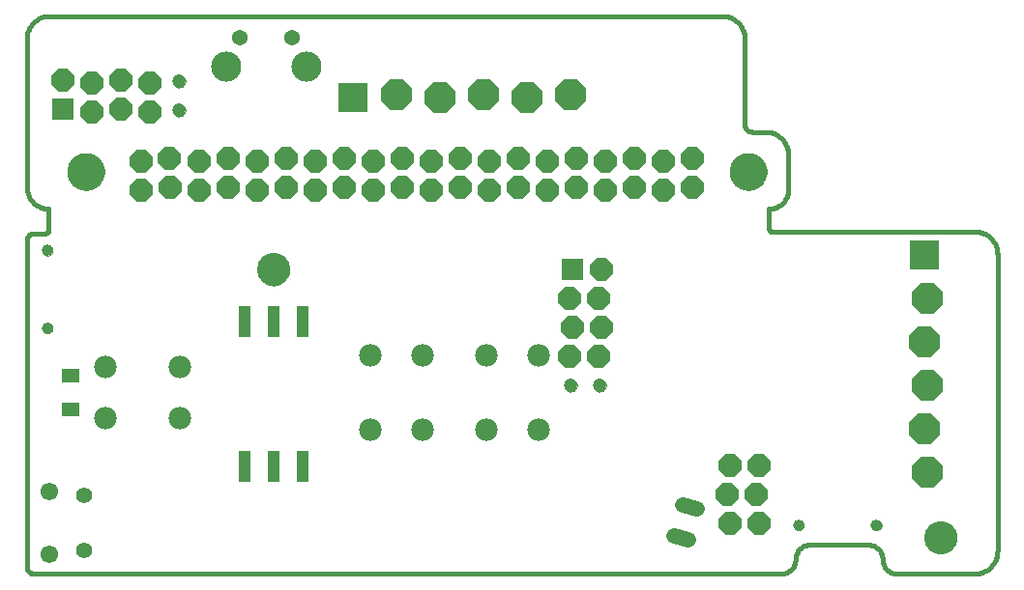
<source format=gbs>
G75*
%MOIN*%
%OFA0B0*%
%FSLAX24Y24*%
%IPPOS*%
%LPD*%
%AMOC8*
5,1,8,0,0,1.08239X$1,22.5*
%
%ADD10C,0.0160*%
%ADD11C,0.0000*%
%ADD12C,0.1142*%
%ADD13R,0.0780X0.0780*%
%ADD14OC8,0.0780*%
%ADD15C,0.0473*%
%ADD16C,0.1300*%
%ADD17C,0.0780*%
%ADD18R,0.0591X0.0512*%
%ADD19OC8,0.1040*%
%ADD20R,0.1040X0.1040*%
%ADD21C,0.0540*%
%ADD22C,0.0540*%
%ADD23C,0.1040*%
%ADD24R,0.0434X0.1103*%
%ADD25C,0.0394*%
%ADD26C,0.0612*%
%ADD27C,0.0553*%
D10*
X007340Y002680D02*
X007340Y013930D01*
X007342Y013960D01*
X007347Y013990D01*
X007356Y014019D01*
X007369Y014046D01*
X007384Y014072D01*
X007403Y014096D01*
X007424Y014117D01*
X007448Y014136D01*
X007474Y014151D01*
X007501Y014164D01*
X007530Y014173D01*
X007560Y014178D01*
X007590Y014180D01*
X007990Y014180D01*
X008007Y014182D01*
X008024Y014186D01*
X008040Y014193D01*
X008054Y014203D01*
X008067Y014216D01*
X008077Y014230D01*
X008084Y014246D01*
X008088Y014263D01*
X008090Y014280D01*
X008090Y015028D01*
X008036Y015030D01*
X007983Y015036D01*
X007931Y015045D01*
X007879Y015058D01*
X007828Y015075D01*
X007778Y015096D01*
X007731Y015120D01*
X007685Y015147D01*
X007641Y015178D01*
X007599Y015211D01*
X007560Y015248D01*
X007523Y015287D01*
X007490Y015329D01*
X007459Y015373D01*
X007432Y015419D01*
X007408Y015466D01*
X007387Y015516D01*
X007370Y015567D01*
X007357Y015619D01*
X007348Y015671D01*
X007342Y015724D01*
X007340Y015778D01*
X007340Y020893D01*
X007342Y020947D01*
X007347Y021000D01*
X007356Y021053D01*
X007369Y021105D01*
X007385Y021157D01*
X007405Y021207D01*
X007428Y021255D01*
X007455Y021302D01*
X007484Y021347D01*
X007517Y021390D01*
X007552Y021430D01*
X007590Y021468D01*
X007630Y021503D01*
X007673Y021536D01*
X007718Y021565D01*
X007765Y021592D01*
X007813Y021615D01*
X007863Y021635D01*
X007915Y021651D01*
X007967Y021664D01*
X008020Y021673D01*
X008073Y021678D01*
X008127Y021680D01*
X031302Y021680D01*
X031356Y021678D01*
X031409Y021673D01*
X031462Y021664D01*
X031514Y021651D01*
X031566Y021635D01*
X031616Y021615D01*
X031664Y021592D01*
X031711Y021565D01*
X031756Y021536D01*
X031799Y021503D01*
X031839Y021468D01*
X031877Y021430D01*
X031912Y021390D01*
X031945Y021347D01*
X031974Y021302D01*
X032001Y021255D01*
X032024Y021207D01*
X032044Y021157D01*
X032060Y021105D01*
X032073Y021053D01*
X032082Y021000D01*
X032087Y020947D01*
X032089Y020893D01*
X032090Y020893D02*
X032090Y017930D01*
X032092Y017900D01*
X032097Y017870D01*
X032106Y017841D01*
X032119Y017814D01*
X032134Y017788D01*
X032153Y017764D01*
X032174Y017743D01*
X032198Y017724D01*
X032224Y017709D01*
X032251Y017696D01*
X032280Y017687D01*
X032310Y017682D01*
X032340Y017680D01*
X032802Y017680D01*
X032856Y017678D01*
X032909Y017673D01*
X032962Y017664D01*
X033014Y017651D01*
X033066Y017635D01*
X033116Y017615D01*
X033164Y017592D01*
X033211Y017565D01*
X033256Y017536D01*
X033299Y017503D01*
X033339Y017468D01*
X033377Y017430D01*
X033412Y017390D01*
X033445Y017347D01*
X033474Y017302D01*
X033501Y017255D01*
X033524Y017207D01*
X033544Y017157D01*
X033560Y017105D01*
X033573Y017053D01*
X033582Y017000D01*
X033587Y016947D01*
X033589Y016893D01*
X033590Y016893D02*
X033590Y015688D01*
X033589Y015688D02*
X033587Y015639D01*
X033582Y015590D01*
X033572Y015541D01*
X033560Y015494D01*
X033543Y015447D01*
X033524Y015402D01*
X033501Y015359D01*
X033474Y015317D01*
X033445Y015277D01*
X033413Y015240D01*
X033378Y015205D01*
X033341Y015173D01*
X033301Y015144D01*
X033260Y015117D01*
X033216Y015094D01*
X033171Y015075D01*
X033124Y015058D01*
X033077Y015046D01*
X033028Y015036D01*
X032979Y015031D01*
X032930Y015029D01*
X032930Y015028D02*
X032930Y014341D01*
X032932Y014324D01*
X032936Y014307D01*
X032943Y014291D01*
X032953Y014277D01*
X032966Y014264D01*
X032980Y014254D01*
X032996Y014247D01*
X033013Y014243D01*
X033030Y014241D01*
X040017Y014241D01*
X040071Y014239D01*
X040124Y014234D01*
X040177Y014225D01*
X040229Y014212D01*
X040281Y014196D01*
X040331Y014176D01*
X040379Y014153D01*
X040426Y014126D01*
X040471Y014097D01*
X040514Y014064D01*
X040554Y014029D01*
X040592Y013991D01*
X040627Y013951D01*
X040660Y013908D01*
X040689Y013863D01*
X040716Y013816D01*
X040739Y013768D01*
X040759Y013718D01*
X040775Y013666D01*
X040788Y013614D01*
X040797Y013561D01*
X040802Y013508D01*
X040804Y013454D01*
X040804Y003217D01*
X040802Y003163D01*
X040797Y003110D01*
X040788Y003057D01*
X040775Y003005D01*
X040759Y002953D01*
X040739Y002903D01*
X040716Y002855D01*
X040689Y002808D01*
X040660Y002763D01*
X040627Y002720D01*
X040592Y002680D01*
X040554Y002642D01*
X040514Y002607D01*
X040471Y002574D01*
X040426Y002545D01*
X040379Y002518D01*
X040331Y002495D01*
X040281Y002475D01*
X040229Y002459D01*
X040177Y002446D01*
X040124Y002437D01*
X040071Y002432D01*
X040017Y002430D01*
X037340Y002430D01*
X037296Y002432D01*
X037253Y002438D01*
X037211Y002447D01*
X037169Y002460D01*
X037129Y002477D01*
X037090Y002497D01*
X037053Y002520D01*
X037019Y002547D01*
X036986Y002576D01*
X036957Y002609D01*
X036930Y002643D01*
X036907Y002680D01*
X036887Y002719D01*
X036870Y002759D01*
X036857Y002801D01*
X036848Y002843D01*
X036842Y002886D01*
X036840Y002930D01*
X036838Y002974D01*
X036832Y003017D01*
X036823Y003059D01*
X036810Y003101D01*
X036793Y003141D01*
X036773Y003180D01*
X036750Y003217D01*
X036723Y003251D01*
X036694Y003284D01*
X036661Y003313D01*
X036627Y003340D01*
X036590Y003363D01*
X036551Y003383D01*
X036511Y003400D01*
X036469Y003413D01*
X036427Y003422D01*
X036384Y003428D01*
X036340Y003430D01*
X034340Y003430D01*
X034296Y003428D01*
X034253Y003422D01*
X034211Y003413D01*
X034169Y003400D01*
X034129Y003383D01*
X034090Y003363D01*
X034053Y003340D01*
X034019Y003313D01*
X033986Y003284D01*
X033957Y003251D01*
X033930Y003217D01*
X033907Y003180D01*
X033887Y003141D01*
X033870Y003101D01*
X033857Y003059D01*
X033848Y003017D01*
X033842Y002974D01*
X033840Y002930D01*
X033838Y002886D01*
X033832Y002843D01*
X033823Y002801D01*
X033810Y002759D01*
X033793Y002719D01*
X033773Y002680D01*
X033750Y002643D01*
X033723Y002609D01*
X033694Y002576D01*
X033661Y002547D01*
X033627Y002520D01*
X033590Y002497D01*
X033551Y002477D01*
X033511Y002460D01*
X033469Y002447D01*
X033427Y002438D01*
X033384Y002432D01*
X033340Y002430D01*
X007590Y002430D01*
X007560Y002432D01*
X007530Y002437D01*
X007501Y002446D01*
X007474Y002459D01*
X007448Y002474D01*
X007424Y002493D01*
X007403Y002514D01*
X007384Y002538D01*
X007369Y002564D01*
X007356Y002591D01*
X007347Y002620D01*
X007342Y002650D01*
X007340Y002680D01*
D11*
X007880Y010910D02*
X007882Y010936D01*
X007888Y010962D01*
X007898Y010987D01*
X007911Y011010D01*
X007927Y011030D01*
X007947Y011048D01*
X007969Y011063D01*
X007992Y011075D01*
X008018Y011083D01*
X008044Y011087D01*
X008070Y011087D01*
X008096Y011083D01*
X008122Y011075D01*
X008146Y011063D01*
X008167Y011048D01*
X008187Y011030D01*
X008203Y011010D01*
X008216Y010987D01*
X008226Y010962D01*
X008232Y010936D01*
X008234Y010910D01*
X008232Y010884D01*
X008226Y010858D01*
X008216Y010833D01*
X008203Y010810D01*
X008187Y010790D01*
X008167Y010772D01*
X008145Y010757D01*
X008122Y010745D01*
X008096Y010737D01*
X008070Y010733D01*
X008044Y010733D01*
X008018Y010737D01*
X007992Y010745D01*
X007968Y010757D01*
X007947Y010772D01*
X007927Y010790D01*
X007911Y010810D01*
X007898Y010833D01*
X007888Y010858D01*
X007882Y010884D01*
X007880Y010910D01*
X007880Y013587D02*
X007882Y013613D01*
X007888Y013639D01*
X007898Y013664D01*
X007911Y013687D01*
X007927Y013707D01*
X007947Y013725D01*
X007969Y013740D01*
X007992Y013752D01*
X008018Y013760D01*
X008044Y013764D01*
X008070Y013764D01*
X008096Y013760D01*
X008122Y013752D01*
X008146Y013740D01*
X008167Y013725D01*
X008187Y013707D01*
X008203Y013687D01*
X008216Y013664D01*
X008226Y013639D01*
X008232Y013613D01*
X008234Y013587D01*
X008232Y013561D01*
X008226Y013535D01*
X008216Y013510D01*
X008203Y013487D01*
X008187Y013467D01*
X008167Y013449D01*
X008145Y013434D01*
X008122Y013422D01*
X008096Y013414D01*
X008070Y013410D01*
X008044Y013410D01*
X008018Y013414D01*
X007992Y013422D01*
X007968Y013434D01*
X007947Y013449D01*
X007927Y013467D01*
X007911Y013487D01*
X007898Y013510D01*
X007888Y013535D01*
X007882Y013561D01*
X007880Y013587D01*
X008747Y016308D02*
X008749Y016358D01*
X008755Y016408D01*
X008765Y016457D01*
X008779Y016505D01*
X008796Y016552D01*
X008817Y016597D01*
X008842Y016641D01*
X008870Y016682D01*
X008902Y016721D01*
X008936Y016758D01*
X008973Y016792D01*
X009013Y016822D01*
X009055Y016849D01*
X009099Y016873D01*
X009145Y016894D01*
X009192Y016910D01*
X009240Y016923D01*
X009290Y016932D01*
X009339Y016937D01*
X009390Y016938D01*
X009440Y016935D01*
X009489Y016928D01*
X009538Y016917D01*
X009586Y016902D01*
X009632Y016884D01*
X009677Y016862D01*
X009720Y016836D01*
X009761Y016807D01*
X009800Y016775D01*
X009836Y016740D01*
X009868Y016702D01*
X009898Y016662D01*
X009925Y016619D01*
X009948Y016575D01*
X009967Y016529D01*
X009983Y016481D01*
X009995Y016432D01*
X010003Y016383D01*
X010007Y016333D01*
X010007Y016283D01*
X010003Y016233D01*
X009995Y016184D01*
X009983Y016135D01*
X009967Y016087D01*
X009948Y016041D01*
X009925Y015997D01*
X009898Y015954D01*
X009868Y015914D01*
X009836Y015876D01*
X009800Y015841D01*
X009761Y015809D01*
X009720Y015780D01*
X009677Y015754D01*
X009632Y015732D01*
X009586Y015714D01*
X009538Y015699D01*
X009489Y015688D01*
X009440Y015681D01*
X009390Y015678D01*
X009339Y015679D01*
X009290Y015684D01*
X009240Y015693D01*
X009192Y015706D01*
X009145Y015722D01*
X009099Y015743D01*
X009055Y015767D01*
X009013Y015794D01*
X008973Y015824D01*
X008936Y015858D01*
X008902Y015895D01*
X008870Y015934D01*
X008842Y015975D01*
X008817Y016019D01*
X008796Y016064D01*
X008779Y016111D01*
X008765Y016159D01*
X008755Y016208D01*
X008749Y016258D01*
X008747Y016308D01*
X012373Y018430D02*
X012375Y018459D01*
X012381Y018487D01*
X012390Y018515D01*
X012403Y018541D01*
X012420Y018564D01*
X012439Y018586D01*
X012461Y018605D01*
X012486Y018620D01*
X012512Y018633D01*
X012540Y018641D01*
X012568Y018646D01*
X012597Y018647D01*
X012626Y018644D01*
X012654Y018637D01*
X012681Y018627D01*
X012707Y018613D01*
X012730Y018596D01*
X012751Y018576D01*
X012769Y018553D01*
X012784Y018528D01*
X012795Y018501D01*
X012803Y018473D01*
X012807Y018444D01*
X012807Y018416D01*
X012803Y018387D01*
X012795Y018359D01*
X012784Y018332D01*
X012769Y018307D01*
X012751Y018284D01*
X012730Y018264D01*
X012707Y018247D01*
X012681Y018233D01*
X012654Y018223D01*
X012626Y018216D01*
X012597Y018213D01*
X012568Y018214D01*
X012540Y018219D01*
X012512Y018227D01*
X012486Y018240D01*
X012461Y018255D01*
X012439Y018274D01*
X012420Y018296D01*
X012403Y018319D01*
X012390Y018345D01*
X012381Y018373D01*
X012375Y018401D01*
X012373Y018430D01*
X012373Y019430D02*
X012375Y019459D01*
X012381Y019487D01*
X012390Y019515D01*
X012403Y019541D01*
X012420Y019564D01*
X012439Y019586D01*
X012461Y019605D01*
X012486Y019620D01*
X012512Y019633D01*
X012540Y019641D01*
X012568Y019646D01*
X012597Y019647D01*
X012626Y019644D01*
X012654Y019637D01*
X012681Y019627D01*
X012707Y019613D01*
X012730Y019596D01*
X012751Y019576D01*
X012769Y019553D01*
X012784Y019528D01*
X012795Y019501D01*
X012803Y019473D01*
X012807Y019444D01*
X012807Y019416D01*
X012803Y019387D01*
X012795Y019359D01*
X012784Y019332D01*
X012769Y019307D01*
X012751Y019284D01*
X012730Y019264D01*
X012707Y019247D01*
X012681Y019233D01*
X012654Y019223D01*
X012626Y019216D01*
X012597Y019213D01*
X012568Y019214D01*
X012540Y019219D01*
X012512Y019227D01*
X012486Y019240D01*
X012461Y019255D01*
X012439Y019274D01*
X012420Y019296D01*
X012403Y019319D01*
X012390Y019345D01*
X012381Y019373D01*
X012375Y019401D01*
X012373Y019430D01*
X015289Y012930D02*
X015291Y012977D01*
X015297Y013023D01*
X015307Y013069D01*
X015320Y013114D01*
X015338Y013157D01*
X015359Y013199D01*
X015383Y013239D01*
X015411Y013276D01*
X015442Y013311D01*
X015476Y013344D01*
X015512Y013373D01*
X015551Y013399D01*
X015592Y013422D01*
X015635Y013441D01*
X015679Y013457D01*
X015724Y013469D01*
X015770Y013477D01*
X015817Y013481D01*
X015863Y013481D01*
X015910Y013477D01*
X015956Y013469D01*
X016001Y013457D01*
X016045Y013441D01*
X016088Y013422D01*
X016129Y013399D01*
X016168Y013373D01*
X016204Y013344D01*
X016238Y013311D01*
X016269Y013276D01*
X016297Y013239D01*
X016321Y013199D01*
X016342Y013157D01*
X016360Y013114D01*
X016373Y013069D01*
X016383Y013023D01*
X016389Y012977D01*
X016391Y012930D01*
X016389Y012883D01*
X016383Y012837D01*
X016373Y012791D01*
X016360Y012746D01*
X016342Y012703D01*
X016321Y012661D01*
X016297Y012621D01*
X016269Y012584D01*
X016238Y012549D01*
X016204Y012516D01*
X016168Y012487D01*
X016129Y012461D01*
X016088Y012438D01*
X016045Y012419D01*
X016001Y012403D01*
X015956Y012391D01*
X015910Y012383D01*
X015863Y012379D01*
X015817Y012379D01*
X015770Y012383D01*
X015724Y012391D01*
X015679Y012403D01*
X015635Y012419D01*
X015592Y012438D01*
X015551Y012461D01*
X015512Y012487D01*
X015476Y012516D01*
X015442Y012549D01*
X015411Y012584D01*
X015383Y012621D01*
X015359Y012661D01*
X015338Y012703D01*
X015320Y012746D01*
X015307Y012791D01*
X015297Y012837D01*
X015291Y012883D01*
X015289Y012930D01*
X025873Y008930D02*
X025875Y008959D01*
X025881Y008987D01*
X025890Y009015D01*
X025903Y009041D01*
X025920Y009064D01*
X025939Y009086D01*
X025961Y009105D01*
X025986Y009120D01*
X026012Y009133D01*
X026040Y009141D01*
X026068Y009146D01*
X026097Y009147D01*
X026126Y009144D01*
X026154Y009137D01*
X026181Y009127D01*
X026207Y009113D01*
X026230Y009096D01*
X026251Y009076D01*
X026269Y009053D01*
X026284Y009028D01*
X026295Y009001D01*
X026303Y008973D01*
X026307Y008944D01*
X026307Y008916D01*
X026303Y008887D01*
X026295Y008859D01*
X026284Y008832D01*
X026269Y008807D01*
X026251Y008784D01*
X026230Y008764D01*
X026207Y008747D01*
X026181Y008733D01*
X026154Y008723D01*
X026126Y008716D01*
X026097Y008713D01*
X026068Y008714D01*
X026040Y008719D01*
X026012Y008727D01*
X025986Y008740D01*
X025961Y008755D01*
X025939Y008774D01*
X025920Y008796D01*
X025903Y008819D01*
X025890Y008845D01*
X025881Y008873D01*
X025875Y008901D01*
X025873Y008930D01*
X026873Y008930D02*
X026875Y008959D01*
X026881Y008987D01*
X026890Y009015D01*
X026903Y009041D01*
X026920Y009064D01*
X026939Y009086D01*
X026961Y009105D01*
X026986Y009120D01*
X027012Y009133D01*
X027040Y009141D01*
X027068Y009146D01*
X027097Y009147D01*
X027126Y009144D01*
X027154Y009137D01*
X027181Y009127D01*
X027207Y009113D01*
X027230Y009096D01*
X027251Y009076D01*
X027269Y009053D01*
X027284Y009028D01*
X027295Y009001D01*
X027303Y008973D01*
X027307Y008944D01*
X027307Y008916D01*
X027303Y008887D01*
X027295Y008859D01*
X027284Y008832D01*
X027269Y008807D01*
X027251Y008784D01*
X027230Y008764D01*
X027207Y008747D01*
X027181Y008733D01*
X027154Y008723D01*
X027126Y008716D01*
X027097Y008713D01*
X027068Y008714D01*
X027040Y008719D01*
X027012Y008727D01*
X026986Y008740D01*
X026961Y008755D01*
X026939Y008774D01*
X026920Y008796D01*
X026903Y008819D01*
X026890Y008845D01*
X026881Y008873D01*
X026875Y008901D01*
X026873Y008930D01*
X033777Y004103D02*
X033779Y004129D01*
X033785Y004155D01*
X033795Y004180D01*
X033808Y004203D01*
X033824Y004223D01*
X033844Y004241D01*
X033866Y004256D01*
X033889Y004268D01*
X033915Y004276D01*
X033941Y004280D01*
X033967Y004280D01*
X033993Y004276D01*
X034019Y004268D01*
X034043Y004256D01*
X034064Y004241D01*
X034084Y004223D01*
X034100Y004203D01*
X034113Y004180D01*
X034123Y004155D01*
X034129Y004129D01*
X034131Y004103D01*
X034129Y004077D01*
X034123Y004051D01*
X034113Y004026D01*
X034100Y004003D01*
X034084Y003983D01*
X034064Y003965D01*
X034042Y003950D01*
X034019Y003938D01*
X033993Y003930D01*
X033967Y003926D01*
X033941Y003926D01*
X033915Y003930D01*
X033889Y003938D01*
X033865Y003950D01*
X033844Y003965D01*
X033824Y003983D01*
X033808Y004003D01*
X033795Y004026D01*
X033785Y004051D01*
X033779Y004077D01*
X033777Y004103D01*
X036454Y004103D02*
X036456Y004129D01*
X036462Y004155D01*
X036472Y004180D01*
X036485Y004203D01*
X036501Y004223D01*
X036521Y004241D01*
X036543Y004256D01*
X036566Y004268D01*
X036592Y004276D01*
X036618Y004280D01*
X036644Y004280D01*
X036670Y004276D01*
X036696Y004268D01*
X036720Y004256D01*
X036741Y004241D01*
X036761Y004223D01*
X036777Y004203D01*
X036790Y004180D01*
X036800Y004155D01*
X036806Y004129D01*
X036808Y004103D01*
X036806Y004077D01*
X036800Y004051D01*
X036790Y004026D01*
X036777Y004003D01*
X036761Y003983D01*
X036741Y003965D01*
X036719Y003950D01*
X036696Y003938D01*
X036670Y003930D01*
X036644Y003926D01*
X036618Y003926D01*
X036592Y003930D01*
X036566Y003938D01*
X036542Y003950D01*
X036521Y003965D01*
X036501Y003983D01*
X036485Y004003D01*
X036472Y004026D01*
X036462Y004051D01*
X036456Y004077D01*
X036454Y004103D01*
X038289Y003680D02*
X038291Y003727D01*
X038297Y003773D01*
X038307Y003819D01*
X038320Y003864D01*
X038338Y003907D01*
X038359Y003949D01*
X038383Y003989D01*
X038411Y004026D01*
X038442Y004061D01*
X038476Y004094D01*
X038512Y004123D01*
X038551Y004149D01*
X038592Y004172D01*
X038635Y004191D01*
X038679Y004207D01*
X038724Y004219D01*
X038770Y004227D01*
X038817Y004231D01*
X038863Y004231D01*
X038910Y004227D01*
X038956Y004219D01*
X039001Y004207D01*
X039045Y004191D01*
X039088Y004172D01*
X039129Y004149D01*
X039168Y004123D01*
X039204Y004094D01*
X039238Y004061D01*
X039269Y004026D01*
X039297Y003989D01*
X039321Y003949D01*
X039342Y003907D01*
X039360Y003864D01*
X039373Y003819D01*
X039383Y003773D01*
X039389Y003727D01*
X039391Y003680D01*
X039389Y003633D01*
X039383Y003587D01*
X039373Y003541D01*
X039360Y003496D01*
X039342Y003453D01*
X039321Y003411D01*
X039297Y003371D01*
X039269Y003334D01*
X039238Y003299D01*
X039204Y003266D01*
X039168Y003237D01*
X039129Y003211D01*
X039088Y003188D01*
X039045Y003169D01*
X039001Y003153D01*
X038956Y003141D01*
X038910Y003133D01*
X038863Y003129D01*
X038817Y003129D01*
X038770Y003133D01*
X038724Y003141D01*
X038679Y003153D01*
X038635Y003169D01*
X038592Y003188D01*
X038551Y003211D01*
X038512Y003237D01*
X038476Y003266D01*
X038442Y003299D01*
X038411Y003334D01*
X038383Y003371D01*
X038359Y003411D01*
X038338Y003453D01*
X038320Y003496D01*
X038307Y003541D01*
X038297Y003587D01*
X038291Y003633D01*
X038289Y003680D01*
X031582Y016308D02*
X031584Y016358D01*
X031590Y016408D01*
X031600Y016457D01*
X031614Y016505D01*
X031631Y016552D01*
X031652Y016597D01*
X031677Y016641D01*
X031705Y016682D01*
X031737Y016721D01*
X031771Y016758D01*
X031808Y016792D01*
X031848Y016822D01*
X031890Y016849D01*
X031934Y016873D01*
X031980Y016894D01*
X032027Y016910D01*
X032075Y016923D01*
X032125Y016932D01*
X032174Y016937D01*
X032225Y016938D01*
X032275Y016935D01*
X032324Y016928D01*
X032373Y016917D01*
X032421Y016902D01*
X032467Y016884D01*
X032512Y016862D01*
X032555Y016836D01*
X032596Y016807D01*
X032635Y016775D01*
X032671Y016740D01*
X032703Y016702D01*
X032733Y016662D01*
X032760Y016619D01*
X032783Y016575D01*
X032802Y016529D01*
X032818Y016481D01*
X032830Y016432D01*
X032838Y016383D01*
X032842Y016333D01*
X032842Y016283D01*
X032838Y016233D01*
X032830Y016184D01*
X032818Y016135D01*
X032802Y016087D01*
X032783Y016041D01*
X032760Y015997D01*
X032733Y015954D01*
X032703Y015914D01*
X032671Y015876D01*
X032635Y015841D01*
X032596Y015809D01*
X032555Y015780D01*
X032512Y015754D01*
X032467Y015732D01*
X032421Y015714D01*
X032373Y015699D01*
X032324Y015688D01*
X032275Y015681D01*
X032225Y015678D01*
X032174Y015679D01*
X032125Y015684D01*
X032075Y015693D01*
X032027Y015706D01*
X031980Y015722D01*
X031934Y015743D01*
X031890Y015767D01*
X031848Y015794D01*
X031808Y015824D01*
X031771Y015858D01*
X031737Y015895D01*
X031705Y015934D01*
X031677Y015975D01*
X031652Y016019D01*
X031631Y016064D01*
X031614Y016111D01*
X031600Y016159D01*
X031590Y016208D01*
X031584Y016258D01*
X031582Y016308D01*
D12*
X038840Y003680D03*
X015840Y012930D03*
D13*
X008590Y018480D03*
X026140Y012930D03*
D14*
X027140Y012930D03*
X027040Y011930D03*
X027140Y010930D03*
X026140Y010930D03*
X026040Y011930D03*
X026040Y009930D03*
X027040Y009930D03*
X031590Y006180D03*
X032590Y006180D03*
X032490Y005180D03*
X031490Y005180D03*
X031590Y004180D03*
X032590Y004180D03*
X030279Y015760D03*
X029279Y015660D03*
X029279Y016660D03*
X030279Y016760D03*
X028279Y016760D03*
X027279Y016660D03*
X026279Y016760D03*
X025279Y016660D03*
X024279Y016760D03*
X024279Y015760D03*
X025279Y015660D03*
X026279Y015760D03*
X027279Y015660D03*
X028279Y015760D03*
X023279Y015660D03*
X022279Y015760D03*
X021279Y015660D03*
X020279Y015760D03*
X020279Y016760D03*
X021279Y016660D03*
X022279Y016760D03*
X023279Y016660D03*
X019279Y016660D03*
X018279Y016760D03*
X017279Y016660D03*
X016279Y016760D03*
X015279Y016660D03*
X015279Y015660D03*
X016279Y015760D03*
X017279Y015660D03*
X018279Y015760D03*
X019279Y015660D03*
X014279Y015760D03*
X013279Y015660D03*
X012279Y015760D03*
X011279Y015660D03*
X011279Y016660D03*
X012263Y016760D03*
X013279Y016660D03*
X014279Y016760D03*
X011590Y018380D03*
X010590Y018480D03*
X009590Y018380D03*
X009590Y019380D03*
X010590Y019480D03*
X011590Y019380D03*
X008590Y019480D03*
D15*
X012590Y019430D03*
X012590Y018430D03*
X026090Y008930D03*
X027090Y008930D03*
D16*
X032212Y016308D03*
X009377Y016308D03*
D17*
X010060Y009570D03*
X010060Y007790D03*
X012620Y007790D03*
X012620Y009570D03*
X019200Y009960D03*
X020980Y009960D03*
X023200Y009960D03*
X024980Y009960D03*
X024980Y007400D03*
X023200Y007400D03*
X020980Y007400D03*
X019200Y007400D03*
D18*
X008840Y008089D03*
X008840Y009271D03*
D19*
X020090Y018980D03*
X021590Y018880D03*
X023090Y018980D03*
X024590Y018880D03*
X026090Y018980D03*
X038390Y011930D03*
X038290Y010430D03*
X038390Y008930D03*
X038290Y007430D03*
X038390Y005930D03*
D20*
X038290Y013430D03*
X018590Y018880D03*
D21*
X029953Y004784D02*
X030436Y004655D01*
X030152Y003592D02*
X029669Y003721D01*
D22*
X016480Y020920D03*
X014700Y020920D03*
D23*
X014210Y019940D03*
X016970Y019940D03*
D24*
X016840Y011141D03*
X015840Y011141D03*
X014840Y011141D03*
X014840Y006141D03*
X015840Y006141D03*
X016840Y006141D03*
D25*
X008057Y010910D03*
X008057Y013587D03*
X033954Y004103D03*
X036631Y004103D03*
D26*
X008121Y003112D03*
X008121Y005258D03*
D27*
X009314Y005140D03*
X009314Y003230D03*
M02*

</source>
